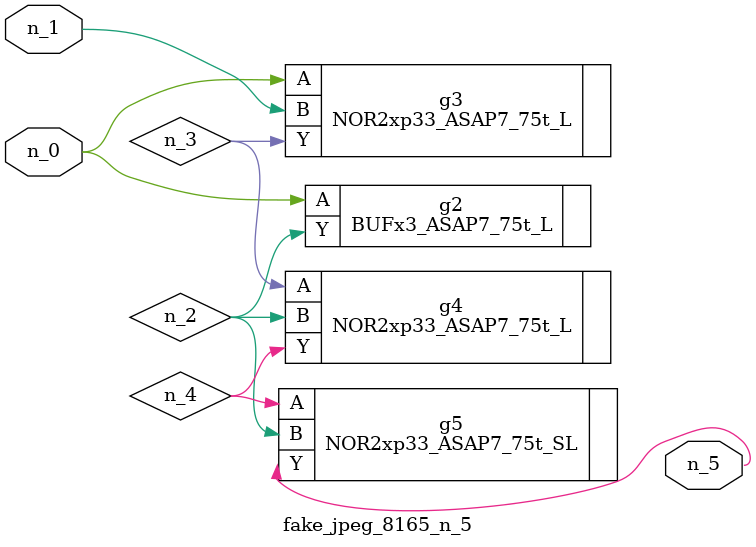
<source format=v>
module fake_jpeg_8165_n_5 (n_0, n_1, n_5);

input n_0;
input n_1;

output n_5;

wire n_2;
wire n_3;
wire n_4;

BUFx3_ASAP7_75t_L g2 ( 
.A(n_0),
.Y(n_2)
);

NOR2xp33_ASAP7_75t_L g3 ( 
.A(n_0),
.B(n_1),
.Y(n_3)
);

NOR2xp33_ASAP7_75t_L g4 ( 
.A(n_3),
.B(n_2),
.Y(n_4)
);

NOR2xp33_ASAP7_75t_SL g5 ( 
.A(n_4),
.B(n_2),
.Y(n_5)
);


endmodule
</source>
